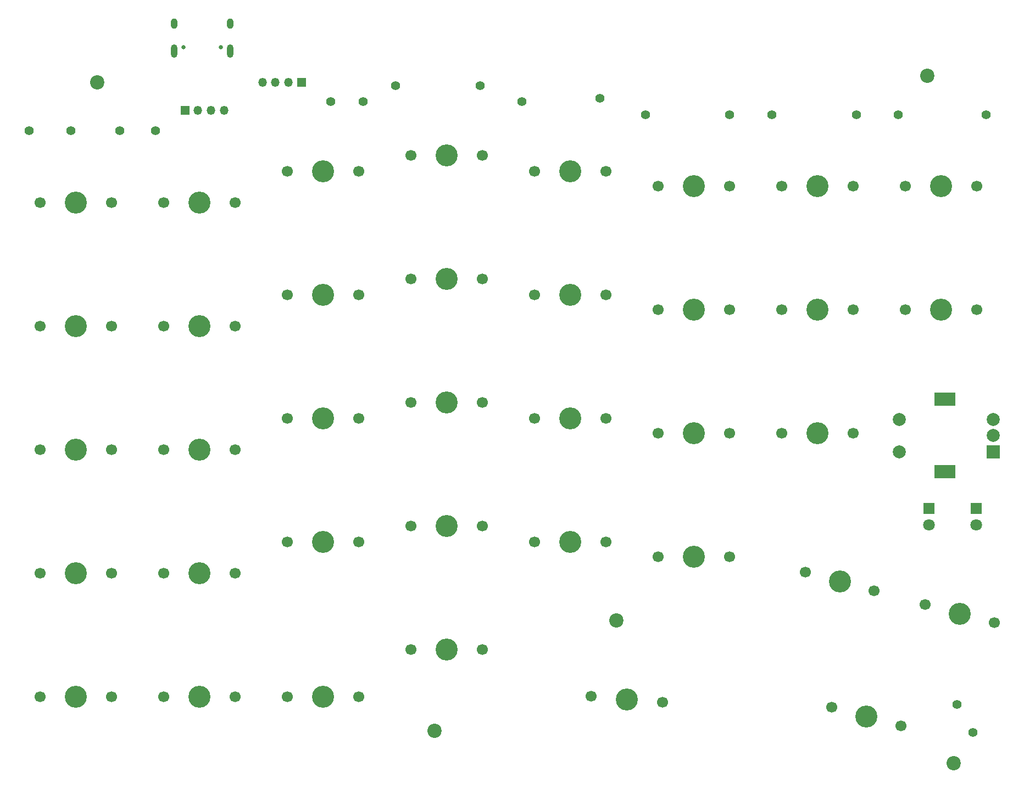
<source format=gbr>
%TF.GenerationSoftware,KiCad,Pcbnew,8.0.1-rc1*%
%TF.CreationDate,2024-04-23T13:15:56-05:00*%
%TF.ProjectId,ergomax_left,6572676f-6d61-4785-9f6c-6566742e6b69,rev?*%
%TF.SameCoordinates,Original*%
%TF.FileFunction,Soldermask,Top*%
%TF.FilePolarity,Negative*%
%FSLAX46Y46*%
G04 Gerber Fmt 4.6, Leading zero omitted, Abs format (unit mm)*
G04 Created by KiCad (PCBNEW 8.0.1-rc1) date 2024-04-23 13:15:56*
%MOMM*%
%LPD*%
G01*
G04 APERTURE LIST*
%ADD10C,1.400000*%
%ADD11C,2.200000*%
%ADD12C,2.000000*%
%ADD13R,2.000000X2.000000*%
%ADD14R,3.200000X2.000000*%
%ADD15R,1.350000X1.350000*%
%ADD16O,1.350000X1.350000*%
%ADD17R,1.800000X1.800000*%
%ADD18C,1.800000*%
%ADD19C,1.700000*%
%ADD20C,3.400000*%
%ADD21C,0.650000*%
%ADD22O,1.000000X2.100000*%
%ADD23O,1.000000X1.600000*%
G04 APERTURE END LIST*
D10*
%TO.C,XC4*%
X99500000Y-35500000D03*
%TD*%
%TO.C,XC8*%
X177000000Y-40000000D03*
%TD*%
D11*
%TO.C,REF\u002A\u002A*%
X105500000Y-135000000D03*
%TD*%
D10*
%TO.C,XR8*%
X190500000Y-40000000D03*
%TD*%
%TO.C,XC9*%
X188500000Y-135250000D03*
%TD*%
%TO.C,XR2*%
X62500000Y-42500000D03*
%TD*%
%TO.C,XC3*%
X89500000Y-38000000D03*
%TD*%
%TO.C,XC5*%
X119000000Y-38000000D03*
%TD*%
%TO.C,XR4*%
X112500000Y-35500000D03*
%TD*%
%TO.C,XR3*%
X94500000Y-38000000D03*
%TD*%
%TO.C,XR7*%
X170500000Y-40000000D03*
%TD*%
D11*
%TO.C,REF\u002A\u002A*%
X181500000Y-34000000D03*
%TD*%
%TO.C,REF\u002A\u002A*%
X185500000Y-140000000D03*
%TD*%
D10*
%TO.C,XC1*%
X43000000Y-42446388D03*
%TD*%
%TO.C,XC2*%
X57000000Y-42500000D03*
%TD*%
%TO.C,XC7*%
X157500000Y-40000000D03*
%TD*%
D12*
%TO.C,RE1*%
X191649997Y-87000011D03*
D13*
X191649997Y-92000014D03*
D12*
X191649997Y-89500018D03*
D14*
X184149997Y-95100014D03*
X184149995Y-83900009D03*
D12*
X177149994Y-87000018D03*
X177149997Y-92000018D03*
%TD*%
D15*
%TO.C,J2*%
X67043765Y-39318552D03*
D16*
X69043765Y-39318552D03*
X71043765Y-39318552D03*
X73043765Y-39318552D03*
%TD*%
D11*
%TO.C,REF\u002A\u002A*%
X53500000Y-35000000D03*
%TD*%
D10*
%TO.C,XC6*%
X138000000Y-40000000D03*
%TD*%
D11*
%TO.C,REF\u002A\u002A*%
X133500000Y-118000000D03*
%TD*%
D10*
%TO.C,XR5*%
X131000000Y-37500000D03*
%TD*%
%TO.C,XR1*%
X49500000Y-42500000D03*
%TD*%
%TO.C,XR6*%
X151000000Y-40000000D03*
%TD*%
D17*
%TO.C,LED2*%
X189000003Y-100724996D03*
D18*
X189000003Y-103264997D03*
%TD*%
D10*
%TO.C,XR9*%
X186000000Y-131000000D03*
%TD*%
D17*
%TO.C,LED1*%
X181750002Y-100724999D03*
D18*
X181750001Y-103264997D03*
%TD*%
D19*
%TO.C,SW14*%
X189095000Y-70123500D03*
D20*
X183595000Y-70123500D03*
D19*
X178095000Y-70123500D03*
%TD*%
%TO.C,SW15*%
X55745000Y-72600000D03*
D20*
X50245000Y-72600000D03*
D19*
X44745000Y-72600000D03*
%TD*%
%TO.C,SW29*%
X74795000Y-110700000D03*
D20*
X69295000Y-110700000D03*
D19*
X63795000Y-110700000D03*
%TD*%
%TO.C,SW33*%
X55745000Y-129750000D03*
D20*
X50245000Y-129750000D03*
D19*
X44745000Y-129750000D03*
%TD*%
D21*
%TO.C,J1*%
X66790002Y-29649998D03*
X72570000Y-29649995D03*
D22*
X65359999Y-30179999D03*
D23*
X65360000Y-25999998D03*
D22*
X74000000Y-30179998D03*
D23*
X74000002Y-25999998D03*
%TD*%
D19*
%TO.C,SW10*%
X93845000Y-67837499D03*
D20*
X88345000Y-67837499D03*
D19*
X82845000Y-67837499D03*
%TD*%
%TO.C,SW27*%
X150995000Y-108223500D03*
D20*
X145495000Y-108223500D03*
D19*
X139995000Y-108223500D03*
%TD*%
%TO.C,SW8*%
X74795000Y-53549999D03*
D20*
X69295000Y-53549999D03*
D19*
X63795000Y-53549999D03*
%TD*%
%TO.C,SW2*%
X93845000Y-48787499D03*
D20*
X88345000Y-48787499D03*
D19*
X82845000Y-48787499D03*
%TD*%
%TO.C,SW35*%
X93845000Y-129750000D03*
D20*
X88345000Y-129750000D03*
D19*
X82845000Y-129750000D03*
%TD*%
%TO.C,SW31*%
X181124374Y-115534220D03*
D20*
X186436966Y-116957725D03*
D19*
X191749558Y-118381230D03*
%TD*%
%TO.C,SW11*%
X131945000Y-67837499D03*
D20*
X126445000Y-67837499D03*
D19*
X120945000Y-67837499D03*
%TD*%
%TO.C,SW5*%
X170045000Y-51073500D03*
D20*
X164545000Y-51073500D03*
D19*
X159045000Y-51073500D03*
%TD*%
%TO.C,SW6*%
X189095000Y-51073500D03*
D20*
X183595000Y-51073500D03*
D19*
X178095000Y-51073500D03*
%TD*%
%TO.C,SW16*%
X74795000Y-72600000D03*
D20*
X69295000Y-72600000D03*
D19*
X63795000Y-72600000D03*
%TD*%
%TO.C,SW36*%
X129658279Y-129678755D03*
D20*
X135137350Y-130158112D03*
D19*
X140616421Y-130637469D03*
%TD*%
%TO.C,SW28*%
X55745000Y-110700000D03*
D20*
X50245000Y-110700000D03*
D19*
X44745000Y-110700000D03*
%TD*%
%TO.C,SW21*%
X170045000Y-89173500D03*
D20*
X164545000Y-89173500D03*
D19*
X159045000Y-89173500D03*
%TD*%
%TO.C,SW34*%
X74795000Y-129750000D03*
D20*
X69295000Y-129750000D03*
D19*
X63795000Y-129750000D03*
%TD*%
%TO.C,SW38*%
X166752776Y-131404620D03*
D20*
X172065368Y-132828125D03*
D19*
X177377960Y-134251630D03*
%TD*%
%TO.C,SW22*%
X55745000Y-91650000D03*
D20*
X50245000Y-91650000D03*
D19*
X44745000Y-91650000D03*
%TD*%
%TO.C,SW3*%
X131945000Y-48787499D03*
D20*
X126445000Y-48787499D03*
D19*
X120945000Y-48787499D03*
%TD*%
%TO.C,SW1*%
X112895000Y-46311000D03*
D20*
X107395000Y-46311000D03*
D19*
X101895000Y-46311000D03*
%TD*%
%TO.C,SW30*%
X162647435Y-110576495D03*
D20*
X167960027Y-112000000D03*
D19*
X173272619Y-113423505D03*
%TD*%
%TO.C,SW23*%
X74795000Y-91650000D03*
D20*
X69295000Y-91650000D03*
D19*
X63795000Y-91650000D03*
%TD*%
%TO.C,SW26*%
X131945000Y-105937500D03*
D20*
X126445000Y-105937500D03*
D19*
X120945000Y-105937500D03*
%TD*%
%TO.C,SW32*%
X112895000Y-122511000D03*
D20*
X107395000Y-122511000D03*
D19*
X101895000Y-122511000D03*
%TD*%
%TO.C,SW18*%
X93845000Y-86887500D03*
D20*
X88345000Y-86887500D03*
D19*
X82845000Y-86887500D03*
%TD*%
%TO.C,SW4*%
X150995000Y-51073500D03*
D20*
X145495000Y-51073500D03*
D19*
X139995000Y-51073500D03*
%TD*%
%TO.C,SW25*%
X93845000Y-105937500D03*
D20*
X88345000Y-105937500D03*
D19*
X82845000Y-105937500D03*
%TD*%
%TO.C,SW24*%
X112895000Y-103461000D03*
D20*
X107395000Y-103461000D03*
D19*
X101895000Y-103461000D03*
%TD*%
%TO.C,SW13*%
X170045000Y-70123500D03*
D20*
X164545000Y-70123500D03*
D19*
X159045000Y-70123500D03*
%TD*%
%TO.C,SW17*%
X112895000Y-84411000D03*
D20*
X107395000Y-84411000D03*
D19*
X101895000Y-84411000D03*
%TD*%
%TO.C,SW12*%
X150995000Y-70123500D03*
D20*
X145495000Y-70123500D03*
D19*
X139995000Y-70123500D03*
%TD*%
%TO.C,SW9*%
X112895000Y-65361000D03*
D20*
X107395000Y-65361000D03*
D19*
X101895000Y-65361000D03*
%TD*%
D16*
%TO.C,J4*%
X81000000Y-35000001D03*
X82999995Y-34999999D03*
D15*
X84999999Y-35000000D03*
D16*
X78999998Y-35000003D03*
%TD*%
D19*
%TO.C,SW19*%
X131945000Y-86887500D03*
D20*
X126445000Y-86887500D03*
D19*
X120945000Y-86887500D03*
%TD*%
%TO.C,SW7*%
X55745000Y-53549999D03*
D20*
X50245000Y-53549999D03*
D19*
X44745000Y-53549999D03*
%TD*%
%TO.C,SW20*%
X150995000Y-89173500D03*
D20*
X145495000Y-89173500D03*
D19*
X139995000Y-89173500D03*
%TD*%
M02*

</source>
